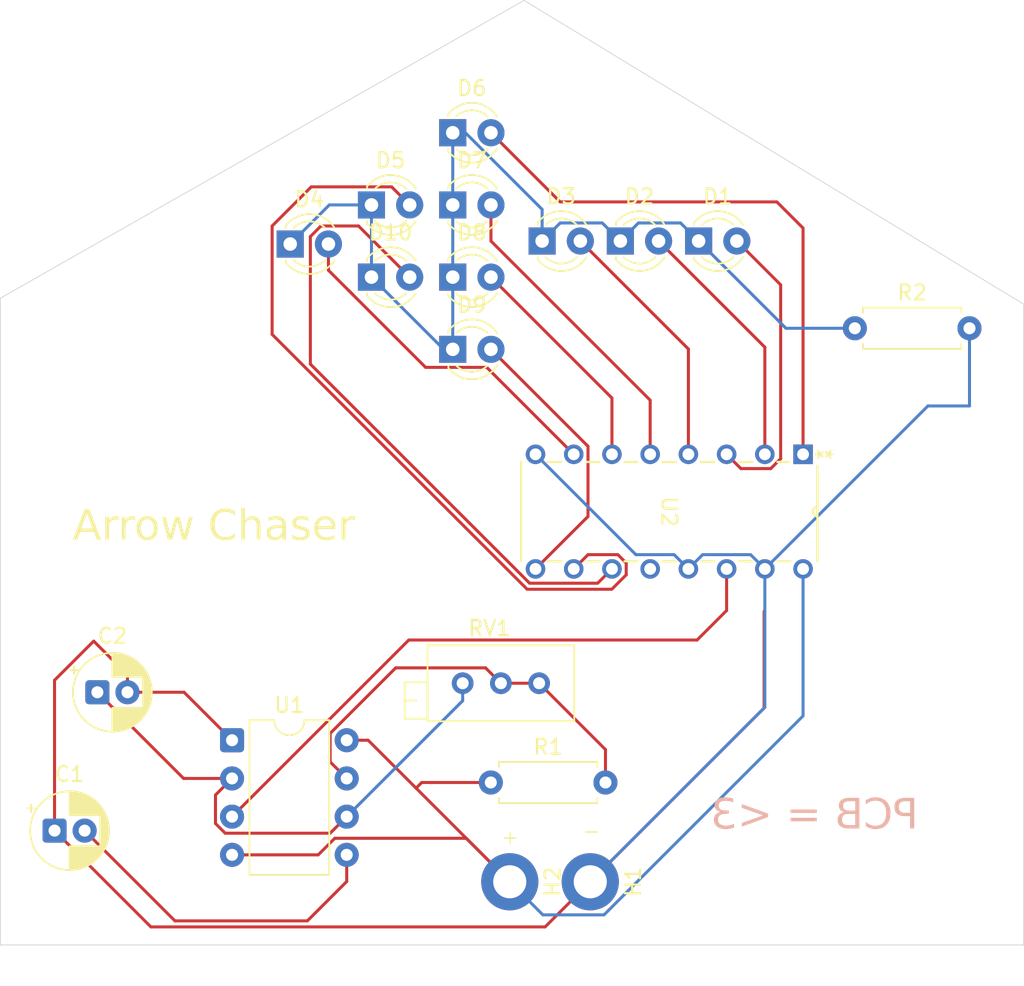
<source format=kicad_pcb>
(kicad_pcb (version 20241229) (generator "pcbnew") (generator_version "9.0")
  (layers (0 "F.Cu" signal) (2 "B.Cu" signal) (13 "F.Paste" user) (15 "B.Paste" user) (5 "F.SilkS" user "F.Silkscreen") (7 "B.SilkS" user "B.Silkscreen") (1 "F.Mask" user) (3 "B.Mask" user) (25 "Edge.Cuts" user))
  (net 0 "")
  (net 1 "GND")
  (net 2 "Net-(U1-CV)")
  (net 3 "TR")
  (net 4 "Net-(D1-A)")
  (net 5 "Net-(D1-K)")
  (net 6 "Net-(D2-A)")
  (net 7 "Net-(D3-A)")
  (net 8 "Net-(D4-A)")
  (net 9 "Net-(D5-A)")
  (net 10 "Net-(D6-A)")
  (net 11 "Net-(D7-A)")
  (net 12 "Net-(D8-A)")
  (net 13 "Net-(D9-A)")
  (net 14 "Net-(D10-A)")
  (net 15 "+5V")
  (net 16 "Net-(U1-DIS)")
  (net 17 "OUT")
  (footprint "LED_THT:LED_D3.0mm" (layer "F.Cu") (at 93.06 115.6)
    (property "Reference" "D6" (at 1.27 -2.96 0) (layer "F.SilkS"))
    (property "Value" "LED")
    (pad "1" thru_hole rect (at 0 0) (size 1.8 1.8) (drill 0.9) (layers "*.Cu" "*.Mask") (net 5 "Net-(D1-K)"))
    (pad "2" thru_hole circle (at 2.54 0) (size 1.8 1.8) (drill 0.9) (layers "*.Cu" "*.Mask") (net 10 "Net-(D6-A)"))
  )
  (footprint "LED_THT:LED_D3.0mm" (layer "F.Cu") (at 99 122.8)
    (property "Reference" "D3" (at 1.27 -2.96 0) (layer "F.SilkS"))
    (property "Value" "LED")
    (pad "1" thru_hole rect (at 0 0) (size 1.8 1.8) (drill 0.9) (layers "*.Cu" "*.Mask") (net 5 "Net-(D1-K)"))
    (pad "2" thru_hole circle (at 2.54 0) (size 1.8 1.8) (drill 0.9) (layers "*.Cu" "*.Mask") (net 7 "Net-(D3-A)"))
  )
  (footprint "LED_THT:LED_D3.0mm" (layer "F.Cu") (at 104.2 122.8)
    (property "Reference" "D2" (at 1.27 -2.96 0) (layer "F.SilkS"))
    (property "Value" "LED")
    (pad "1" thru_hole rect (at 0 0) (size 1.8 1.8) (drill 0.9) (layers "*.Cu" "*.Mask") (net 5 "Net-(D1-K)"))
    (pad "2" thru_hole circle (at 2.54 0) (size 1.8 1.8) (drill 0.9) (layers "*.Cu" "*.Mask") (net 6 "Net-(D2-A)"))
  )
  (footprint "Potentiometer_THT:Potentiometer_Bourns_3296X_Horizontal" (layer "F.Cu") (at 98.8 152.2)
    (property "Reference" "RV1" (at -3.3 -3.66 0) (layer "F.SilkS"))
    (property "Value" "50K")
    (pad "1" thru_hole circle (at 0 0) (size 1.44 1.44) (drill 0.8) (layers "*.Cu" "*.Mask") (net 16 "Net-(U1-DIS)"))
    (pad "2" thru_hole circle (at -2.54 0) (size 1.44 1.44) (drill 0.8) (layers "*.Cu" "*.Mask") (net 16 "Net-(U1-DIS)"))
    (pad "3" thru_hole circle (at -5.08 0) (size 1.44 1.44) (drill 0.8) (layers "*.Cu" "*.Mask") (net 3 "TR"))
  )
  (footprint "LED_THT:LED_D3.0mm" (layer "F.Cu") (at 93.06 125.2)
    (property "Reference" "D8" (at 1.27 -2.96 0) (layer "F.SilkS"))
    (property "Value" "LED")
    (pad "1" thru_hole rect (at 0 0) (size 1.8 1.8) (drill 0.9) (layers "*.Cu" "*.Mask") (net 5 "Net-(D1-K)"))
    (pad "2" thru_hole circle (at 2.54 0) (size 1.8 1.8) (drill 0.9) (layers "*.Cu" "*.Mask") (net 12 "Net-(D8-A)"))
  )
  (footprint "LED_THT:LED_D3.0mm" (layer "F.Cu") (at 93.06 130)
    (property "Reference" "D9" (at 1.27 -2.96 0) (layer "F.SilkS"))
    (property "Value" "LED")
    (pad "1" thru_hole rect (at 0 0) (size 1.8 1.8) (drill 0.9) (layers "*.Cu" "*.Mask") (net 5 "Net-(D1-K)"))
    (pad "2" thru_hole circle (at 2.54 0) (size 1.8 1.8) (drill 0.9) (layers "*.Cu" "*.Mask") (net 13 "Net-(D9-A)"))
  )
  (footprint "LED_THT:LED_D3.0mm" (layer "F.Cu") (at 87.66 125.2)
    (property "Reference" "D10" (at 1.27 -2.96 0) (layer "F.SilkS"))
    (property "Value" "LED")
    (pad "1" thru_hole rect (at 0 0) (size 1.8 1.8) (drill 0.9) (layers "*.Cu" "*.Mask") (net 5 "Net-(D1-K)"))
    (pad "2" thru_hole circle (at 2.54 0) (size 1.8 1.8) (drill 0.9) (layers "*.Cu" "*.Mask") (net 14 "Net-(D10-A)"))
  )
  (footprint "Resistor_THT:R_Axial_DIN0207_L6.3mm_D2.5mm_P7.62mm_Horizontal" (layer "F.Cu") (at 95.59 158.8)
    (property "Reference" "R1" (at 3.81 -2.37 0) (layer "F.SilkS"))
    (property "Value" "1K")
    (pad "1" thru_hole circle (at 0 0) (size 1.6 1.6) (drill 0.8) (layers "*.Cu" "*.Mask") (net 15 "+5V"))
    (pad "2" thru_hole circle (at 7.62 0) (size 1.6 1.6) (drill 0.8) (layers "*.Cu" "*.Mask") (net 16 "Net-(U1-DIS)"))
  )
  (footprint "LED_THT:LED_D3.0mm" (layer "F.Cu") (at 109.4 122.8)
    (property "Reference" "D1" (at 1.27 -2.96 0) (layer "F.SilkS"))
    (property "Value" "LED")
    (pad "1" thru_hole rect (at 0 0) (size 1.8 1.8) (drill 0.9) (layers "*.Cu" "*.Mask") (net 5 "Net-(D1-K)"))
    (pad "2" thru_hole circle (at 2.54 0) (size 1.8 1.8) (drill 0.9) (layers "*.Cu" "*.Mask") (net 4 "Net-(D1-A)"))
  )
  (footprint "LED_THT:LED_D3.0mm" (layer "F.Cu") (at 87.66 120.4)
    (property "Reference" "D5" (at 1.27 -2.96 0) (layer "F.SilkS"))
    (property "Value" "LED")
    (pad "1" thru_hole rect (at 0 0) (size 1.8 1.8) (drill 0.9) (layers "*.Cu" "*.Mask") (net 5 "Net-(D1-K)"))
    (pad "2" thru_hole circle (at 2.54 0) (size 1.8 1.8) (drill 0.9) (layers "*.Cu" "*.Mask") (net 9 "Net-(D5-A)"))
  )
  (footprint "LED_THT:LED_D3.0mm" (layer "F.Cu") (at 82.26 123)
    (property "Reference" "D4" (at 1.27 -2.96 0) (layer "F.SilkS"))
    (property "Value" "LED")
    (pad "1" thru_hole rect (at 0 0) (size 1.8 1.8) (drill 0.9) (layers "*.Cu" "*.Mask") (net 5 "Net-(D1-K)"))
    (pad "2" thru_hole circle (at 2.54 0) (size 1.8 1.8) (drill 0.9) (layers "*.Cu" "*.Mask") (net 8 "Net-(D4-A)"))
  )
  (footprint "Resistor_THT:R_Axial_DIN0207_L6.3mm_D2.5mm_P7.62mm_Horizontal" (layer "F.Cu") (at 119.78 128.6)
    (property "Reference" "R2" (at 3.81 -2.37 0) (layer "F.SilkS"))
    (property "Value" "470")
    (pad "1" thru_hole circle (at 0 0) (size 1.6 1.6) (drill 0.8) (layers "*.Cu" "*.Mask") (net 5 "Net-(D1-K)"))
    (pad "2" thru_hole circle (at 7.62 0) (size 1.6 1.6) (drill 0.8) (layers "*.Cu" "*.Mask") (net 1 "GND"))
  )
  (footprint "Capacitor_THT:CP_Radial_D5.0mm_P2.00mm" (layer "F.Cu") (at 69.444888 152.8)
    (property "Reference" "C2" (at 1 -3.75 0) (layer "F.SilkS"))
    (property "Value" "1uF")
    (pad "1" thru_hole roundrect (at 0 0) (size 1.6 1.6) (drill 0.8) (layers "*.Cu" "*.Mask") (roundrect_rratio 0.15625) (net 3 "TR"))
    (pad "2" thru_hole circle (at 2 0) (size 1.6 1.6) (drill 0.8) (layers "*.Cu" "*.Mask") (net 1 "GND"))
  )
  (footprint "Capacitor_THT:CP_Radial_D5.0mm_P2.00mm" (layer "F.Cu") (at 66.6 162)
    (property "Reference" "C1" (at 1 -3.75 0) (layer "F.SilkS"))
    (property "Value" "0.01uf")
    (pad "1" thru_hole roundrect (at 0 0) (size 1.6 1.6) (drill 0.8) (layers "*.Cu" "*.Mask") (roundrect_rratio 0.15625) (net 1 "GND"))
    (pad "2" thru_hole circle (at 2 0) (size 1.6 1.6) (drill 0.8) (layers "*.Cu" "*.Mask") (net 2 "Net-(U1-CV)"))
  )
  (footprint "MountingHole:MountingHole_2.2mm_M2_DIN965_Pad" (layer "F.Cu") (at 102.2 165.4 -90)
    (property "Reference" "H1" (at 0 -2.85 90) (layer "F.SilkS"))
    (property "Value" "MountingHole_Pad")
    (pad "1" thru_hole circle (at 0 0 270) (size 3.8 3.8) (drill 2.2) (layers "*.Cu" "*.Mask") (net 1 "GND"))
  )
  (footprint "LED_THT:LED_D3.0mm" (layer "F.Cu") (at 93.06 120.4)
    (property "Reference" "D7" (at 1.27 -2.96 0) (layer "F.SilkS"))
    (property "Value" "LED")
    (pad "1" thru_hole rect (at 0 0) (size 1.8 1.8) (drill 0.9) (layers "*.Cu" "*.Mask") (net 5 "Net-(D1-K)"))
    (pad "2" thru_hole circle (at 2.54 0) (size 1.8 1.8) (drill 0.9) (layers "*.Cu" "*.Mask") (net 11 "Net-(D7-A)"))
  )
  (footprint "Package_DIP:DIP-8_W7.62mm" (layer "F.Cu") (at 78.395 155.99)
    (property "Reference" "U1" (at 3.81 -2.33 0) (layer "F.SilkS"))
    (property "Value" "NE555P")
    (pad "1" thru_hole roundrect (at 0 0) (size 1.6 1.6) (drill 0.8) (layers "*.Cu" "*.Mask") (roundrect_rratio 0.15625) (net 1 "GND"))
    (pad "2" thru_hole circle (at 0 2.54) (size 1.6 1.6) (drill 0.8) (layers "*.Cu" "*.Mask") (net 3 "TR"))
    (pad "3" thru_hole circle (at 0 5.08) (size 1.6 1.6) (drill 0.8) (layers "*.Cu" "*.Mask") (net 17 "OUT"))
    (pad "4" thru_hole circle (at 0 7.62) (size 1.6 1.6) (drill 0.8) (layers "*.Cu" "*.Mask") (net 15 "+5V"))
    (pad "5" thru_hole circle (at 7.62 7.62) (size 1.6 1.6) (drill 0.8) (layers "*.Cu" "*.Mask") (net 2 "Net-(U1-CV)"))
    (pad "6" thru_hole circle (at 7.62 5.08) (size 1.6 1.6) (drill 0.8) (layers "*.Cu" "*.Mask") (net 3 "TR"))
    (pad "7" thru_hole circle (at 7.62 2.54) (size 1.6 1.6) (drill 0.8) (layers "*.Cu" "*.Mask") (net 16 "Net-(U1-DIS)"))
    (pad "8" thru_hole circle (at 7.62 0) (size 1.6 1.6) (drill 0.8) (layers "*.Cu" "*.Mask") (net 15 "+5V"))
  )
  (footprint "cd:N16" (layer "F.Cu") (at 98.56 144.6 -90)
    (property "Reference" "U2" (at -3.81 -8.89 270) (layer "F.SilkS"))
    (property "Value" "4017")
    (fp_text user "*" (at -7.62 -19.1897 270) (layer "F.SilkS"))
    (fp_text user "*" (at -7.62 -19.1897 270) (layer "F.SilkS"))
    (pad "1" thru_hole rect (at -7.62 -17.78 270) (size 1.2954 1.2954) (drill 0.7874) (layers "*.Cu" "*.Mask") (net 10 "Net-(D6-A)"))
    (pad "2" thru_hole circle (at -7.62 -15.24 270) (size 1.2954 1.2954) (drill 0.7874) (layers "*.Cu" "*.Mask") (net 6 "Net-(D2-A)"))
    (pad "3" thru_hole circle (at -7.62 -12.7 270) (size 1.2954 1.2954) (drill 0.7874) (layers "*.Cu" "*.Mask") (net 4 "Net-(D1-A)"))
    (pad "4" thru_hole circle (at -7.62 -10.16 270) (size 1.2954 1.2954) (drill 0.7874) (layers "*.Cu" "*.Mask") (net 7 "Net-(D3-A)"))
    (pad "5" thru_hole circle (at -7.62 -7.62 270) (size 1.2954 1.2954) (drill 0.7874) (layers "*.Cu" "*.Mask") (net 11 "Net-(D7-A)"))
    (pad "6" thru_hole circle (at -7.62 -5.08 270) (size 1.2954 1.2954) (drill 0.7874) (layers "*.Cu" "*.Mask") (net 12 "Net-(D8-A)"))
    (pad "7" thru_hole circle (at -7.62 -2.54 270) (size 1.2954 1.2954) (drill 0.7874) (layers "*.Cu" "*.Mask") (net 8 "Net-(D4-A)"))
    (pad "8" thru_hole circle (at -7.62 0 270) (size 1.2954 1.2954) (drill 0.7874) (layers "*.Cu" "*.Mask") (net 1 "GND"))
    (pad "9" thru_hole circle (at 0 0 270) (size 1.2954 1.2954) (drill 0.7874) (layers "*.Cu" "*.Mask") (net 13 "Net-(D9-A)"))
    (pad "10" thru_hole circle (at 0 -2.54 270) (size 1.2954 1.2954) (drill 0.7874) (layers "*.Cu" "*.Mask") (net 9 "Net-(D5-A)"))
    (pad "11" thru_hole circle (at 0 -5.08 270) (size 1.2954 1.2954) (drill 0.7874) (layers "*.Cu" "*.Mask") (net 14 "Net-(D10-A)"))
    (pad "12" thru_hole circle (at 0 -7.62 270) (size 1.2954 1.2954) (drill 0.7874) (layers "*.Cu" "*.Mask"))
    (pad "13" thru_hole circle (at 0 -10.16 270) (size 1.2954 1.2954) (drill 0.7874) (layers "*.Cu" "*.Mask") (net 1 "GND"))
    (pad "14" thru_hole circle (at 0 -12.7 270) (size 1.2954 1.2954) (drill 0.7874) (layers "*.Cu" "*.Mask") (net 17 "OUT"))
    (pad "15" thru_hole circle (at 0 -15.24 270) (size 1.2954 1.2954) (drill 0.7874) (layers "*.Cu" "*.Mask") (net 1 "GND"))
    (pad "16" thru_hole circle (at 0 -17.78 270) (size 1.2954 1.2954) (drill 0.7874) (layers "*.Cu" "*.Mask") (net 15 "+5V"))
  )
  (footprint "MountingHole:MountingHole_2.2mm_M2_DIN965_Pad" (layer "F.Cu") (at 96.85 165.4 -90)
    (property "Reference" "H2" (at 0 -2.85 90) (layer "F.SilkS"))
    (property "Value" "MountingHole_Pad")
    (pad "1" thru_hole circle (at 0 0 270) (size 3.8 3.8) (drill 2.2) (layers "*.Cu" "*.Mask") (net 15 "+5V"))
  )
  (gr_line (start 63 169.6) (end 63 126.6) (stroke (width 0.05)) (layer "Edge.Cuts"))
  (gr_line (start 97.8 106.8) (end 131 127) (stroke (width 0.05)) (layer "Edge.Cuts"))
  (gr_line (start 131 127) (end 131 169.6) (stroke (width 0.05)) (layer "Edge.Cuts"))
  (gr_line (start 131 169.6) (end 63 169.6) (stroke (width 0.05)) (layer "Edge.Cuts"))
  (gr_line (start 63 126.6) (end 97.8 106.8) (stroke (width 0.05)) (layer "Edge.Cuts"))
  (gr_text "Arrow Chaser" (at 67.8 143 0) (layer "F.SilkS") (effects (font (size 2 2) (thickness 0.1)) (justify left bottom)))
  (gr_text "-" (at 101.6 162.6 0) (layer "F.SilkS") (effects (font (size 1 1) (thickness 0.1)) (justify left bottom)))
  (gr_text "+" (at 96.2 163 0) (layer "F.SilkS") (effects (font (size 1 1) (thickness 0.1)) (justify left bottom)))
  (gr_text "PCB = <3" (at 124 162.2 0) (layer "B.SilkS") (effects (font (size 2 2) (thickness 0.1)) (justify left bottom mirror)))
  (segment (start 71.444888 152.8) (end 75.205 152.8) (width 0.2) (layer "F.Cu") (net 1))
  (segment (start 102.2 165.4) (end 113.75 153.85) (width 0.2) (layer "F.Cu") (net 1))
  (segment (start 99.199 168.401) (end 73.001 168.401) (width 0.2) (layer "F.Cu") (net 1))
  (segment (start 69.2 149.4) (end 71.444888 151.644888) (width 0.2) (layer "F.Cu") (net 1))
  (segment (start 73.001 168.401) (end 66.6 162) (width 0.2) (layer "F.Cu") (net 1))
  (segment (start 102.2 165.4) (end 99.199 168.401) (width 0.2) (layer "F.Cu") (net 1))
  (segment (start 113.75 153.85) (end 113.75 147.415) (width 0.2) (layer "F.Cu") (net 1))
  (segment (start 66.6 162) (end 66.6 152) (width 0.2) (layer "F.Cu") (net 1))
  (segment (start 75.205 152.8) (end 78.395 155.99) (width 0.2) (layer "F.Cu") (net 1))
  (segment (start 71.444888 151.644888) (end 71.444888 152.8) (width 0.2) (layer "F.Cu") (net 1))
  (segment (start 66.6 152) (end 69.2 149.4) (width 0.2) (layer "F.Cu") (net 1))
  (segment (start 112.8513 143.6513) (end 109.6687 143.6513) (width 0.2) (layer "B.Cu") (net 1))
  (segment (start 124.635 133.765) (end 127.4 133.765) (width 0.2) (layer "B.Cu") (net 1))
  (segment (start 127.4 133.765) (end 127.4 128.6) (width 0.2) (layer "B.Cu") (net 1))
  (segment (start 108.72 144.6) (end 107.7713 143.6513) (width 0.2) (layer "B.Cu") (net 1))
  (segment (start 105.2313 143.6513) (end 98.56 136.98) (width 0.2) (layer "B.Cu") (net 1))
  (segment (start 113.8 144.6) (end 112.8513 143.6513) (width 0.2) (layer "B.Cu") (net 1))
  (segment (start 113.8 153.8) (end 113.8 144.6) (width 0.2) (layer "B.Cu") (net 1))
  (segment (start 109.6687 143.6513) (end 108.72 144.6) (width 0.2) (layer "B.Cu") (net 1))
  (segment (start 102.2 165.4) (end 113.8 153.8) (width 0.2) (layer "B.Cu") (net 1))
  (segment (start 107.7713 143.6513) (end 105.2313 143.6513) (width 0.2) (layer "B.Cu") (net 1))
  (segment (start 113.8 144.6) (end 124.635 133.765) (width 0.2) (layer "B.Cu") (net 1))
  (segment (start 83.4 168) (end 86.015 165.385) (width 0.2) (layer "F.Cu") (net 2))
  (segment (start 86.015 165.385) (end 86.015 163.61) (width 0.2) (layer "F.Cu") (net 2))
  (segment (start 74.6 168) (end 83.4 168) (width 0.2) (layer "F.Cu") (net 2))
  (segment (start 68.6 162) (end 74.6 168) (width 0.2) (layer "F.Cu") (net 2))
  (segment (start 84.914 162.171) (end 77.93895 162.171) (width 0.2) (layer "F.Cu") (net 3))
  (segment (start 77.294 161.52605) (end 77.294 159.631) (width 0.2) (layer "F.Cu") (net 3))
  (segment (start 77.294 159.631) (end 78.395 158.53) (width 0.2) (layer "F.Cu") (net 3))
  (segment (start 75.174888 158.53) (end 78.395 158.53) (width 0.2) (layer "F.Cu") (net 3))
  (segment (start 69.444888 152.8) (end 75.174888 158.53) (width 0.2) (layer "F.Cu") (net 3))
  (segment (start 77.93895 162.171) (end 77.294 161.52605) (width 0.2) (layer "F.Cu") (net 3))
  (segment (start 86.015 161.07) (end 84.914 162.171) (width 0.2) (layer "F.Cu") (net 3))
  (segment (start 93.72 153.365) (end 86.015 161.07) (width 0.2) (layer "B.Cu") (net 3))
  (segment (start 93.72 152.2) (end 93.72 153.365) (width 0.2) (layer "B.Cu") (net 3))
  (segment (start 114.851 137.270665) (end 114.851 125.711) (width 0.2) (layer "F.Cu") (net 4))
  (segment (start 114.192965 137.9287) (end 114.851 137.270665) (width 0.2) (layer "F.Cu") (net 4))
  (segment (start 111.26 136.98) (end 112.2087 137.9287) (width 0.2) (layer "F.Cu") (net 4))
  (segment (start 112.2087 137.9287) (end 114.192965 137.9287) (width 0.2) (layer "F.Cu") (net 4))
  (segment (start 114.851 125.711) (end 111.94 122.8) (width 0.2) (layer "F.Cu") (net 4))
  (segment (start 93.06 125.2) (end 93.06 130) (width 0.2) (layer "B.Cu") (net 5))
  (segment (start 119.78 128.6) (end 115.2 128.6) (width 0.2) (layer "B.Cu") (net 5))
  (segment (start 99 122.8) (end 99 120.698471) (width 0.2) (layer "B.Cu") (net 5))
  (segment (start 102.999 121.599) (end 100.201 121.599) (width 0.2) (layer "B.Cu") (net 5))
  (segment (start 108.199 121.599) (end 105.401 121.599) (width 0.2) (layer "B.Cu") (net 5))
  (segment (start 93.901529 115.6) (end 93.06 115.6) (width 0.2) (layer "B.Cu") (net 5))
  (segment (start 109.4 122.8) (end 108.199 121.599) (width 0.2) (layer "B.Cu") (net 5))
  (segment (start 93.06 130) (end 92.46 130) (width 0.2) (layer "B.Cu") (net 5))
  (segment (start 93.06 120.4) (end 93.06 125.2) (width 0.2) (layer "B.Cu") (net 5))
  (segment (start 87.66 125.2) (end 87.66 120.4) (width 0.2) (layer "B.Cu") (net 5))
  (segment (start 100.201 121.599) (end 99 122.8) (width 0.2) (layer "B.Cu") (net 5))
  (segment (start 84.86 120.4) (end 82.26 123) (width 0.2) (layer "B.Cu") (net 5))
  (segment (start 105.401 121.599) (end 104.2 122.8) (width 0.2) (layer "B.Cu") (net 5))
  (segment (start 104.2 122.8) (end 102.999 121.599) (width 0.2) (layer "B.Cu") (net 5))
  (segment (start 92.46 130) (end 87.66 125.2) (width 0.2) (layer "B.Cu") (net 5))
  (segment (start 99 120.698471) (end 93.901529 115.6) (width 0.2) (layer "B.Cu") (net 5))
  (segment (start 115.2 128.6) (end 109.4 122.8) (width 0.2) (layer "B.Cu") (net 5))
  (segment (start 87.66 120.4) (end 84.86 120.4) (width 0.2) (layer "B.Cu") (net 5))
  (segment (start 93.06 115.6) (end 93.06 120.4) (width 0.2) (layer "B.Cu") (net 5))
  (segment (start 113.8 136.98) (end 113.8 129.86) (width 0.2) (layer "F.Cu") (net 6))
  (segment (start 113.8 129.86) (end 106.74 122.8) (width 0.2) (layer "F.Cu") (net 6))
  (segment (start 108.72 136.98) (end 108.72 129.98) (width 0.2) (layer "F.Cu") (net 7))
  (segment (start 108.72 129.98) (end 101.54 122.8) (width 0.2) (layer "F.Cu") (net 7))
  (segment (start 95.321 131.201) (end 91.259 131.201) (width 0.2) (layer "F.Cu") (net 8))
  (segment (start 91.259 131.201) (end 86.129 126.071) (width 0.2) (layer "F.Cu") (net 8))
  (segment (start 86.129 126.071) (end 84.8 124.742) (width 0.2) (layer "F.Cu") (net 8))
  (segment (start 86.459 126.401) (end 86.129 126.071) (width 0.2) (layer "F.Cu") (net 8))
  (segment (start 84.8 124.742) (end 84.8 123) (width 0.2) (layer "F.Cu") (net 8))
  (segment (start 101.1 136.98) (end 95.321 131.201) (width 0.2) (layer "F.Cu") (net 8))
  (segment (start 98.000935 145.9497) (end 81.059 129.007765) (width 0.2) (layer "F.Cu") (net 9))
  (segment (start 101.1 144.6) (end 102.0487 143.6513) (width 0.2) (layer "F.Cu") (net 9))
  (segment (start 88.999 119.199) (end 90.2 120.4) (width 0.2) (layer "F.Cu") (net 9))
  (segment (start 83.659 119.199) (end 88.999 119.199) (width 0.2) (layer "F.Cu") (net 9))
  (segment (start 104.5887 144.207035) (end 104.5887 144.992965) (width 0.2) (layer "F.Cu") (net 9))
  (segment (start 104.5887 144.992965) (end 103.631965 145.9497) (width 0.2) (layer "F.Cu") (net 9))
  (segment (start 81.059 129.007765) (end 81.059 121.799) (width 0.2) (layer "F.Cu") (net 9))
  (segment (start 103.631965 145.9497) (end 98.000935 145.9497) (width 0.2) (layer "F.Cu") (net 9))
  (segment (start 81.059 121.799) (end 83.659 119.199) (width 0.2) (layer "F.Cu") (net 9))
  (segment (start 104.032965 143.6513) (end 104.5887 144.207035) (width 0.2) (layer "F.Cu") (net 9))
  (segment (start 102.0487 143.6513) (end 104.032965 143.6513) (width 0.2) (layer "F.Cu") (net 9))
  (segment (start 114.6 120.2) (end 100.2 120.2) (width 0.2) (layer "F.Cu") (net 10))
  (segment (start 116.34 121.94) (end 114.6 120.2) (width 0.2) (layer "F.Cu") (net 10))
  (segment (start 100.2 120.2) (end 95.6 115.6) (width 0.2) (layer "F.Cu") (net 10))
  (segment (start 116.34 136.98) (end 116.34 121.94) (width 0.2) (layer "F.Cu") (net 10))
  (segment (start 106.18 136.98) (end 106.18 133.382) (width 0.2) (layer "F.Cu") (net 11))
  (segment (start 95.6 122.802) (end 95.6 120.4) (width 0.2) (layer "F.Cu") (net 11))
  (segment (start 106.18 133.382) (end 95.6 122.802) (width 0.2) (layer "F.Cu") (net 11))
  (segment (start 103.64 133.24) (end 95.6 125.2) (width 0.2) (layer "F.Cu") (net 12))
  (segment (start 103.64 136.98) (end 103.64 133.24) (width 0.2) (layer "F.Cu") (net 12))
  (segment (start 102.0487 136.4487) (end 95.6 130) (width 0.2) (layer "F.Cu") (net 13))
  (segment (start 102.0487 141.1113) (end 102.0487 136.4487) (width 0.2) (layer "F.Cu") (net 13))
  (segment (start 98.56 144.6) (end 102.0487 141.1113) (width 0.2) (layer "F.Cu") (net 13))
  (segment (start 103.64 144.6) (end 102.6913 145.5487) (width 0.2) (layer "F.Cu") (net 14))
  (segment (start 86.799 121.799) (end 90.2 125.2) (width 0.2) (layer "F.Cu") (net 14))
  (segment (start 98.167035 145.5487) (end 83.599 130.980665) (width 0.2) (layer "F.Cu") (net 14))
  (segment (start 83.599 122.502529) (end 84.302529 121.799) (width 0.2) (layer "F.Cu") (net 14))
  (segment (start 84.302529 121.799) (end 86.799 121.799) (width 0.2) (layer "F.Cu") (net 14))
  (segment (start 102.6913 145.5487) (end 98.167035 145.5487) (width 0.2) (layer "F.Cu") (net 14))
  (segment (start 83.599 130.980665) (end 83.599 122.502529) (width 0.2) (layer "F.Cu") (net 14))
  (segment (start 78.395 163.61) (end 84.11995 163.61) (width 0.2) (layer "F.Cu") (net 15))
  (segment (start 91 158.8) (end 90.625 159.175) (width 0.2) (layer "F.Cu") (net 15))
  (segment (start 93.959 162.509) (end 96.85 165.4) (width 0.2) (layer "F.Cu") (net 15))
  (segment (start 95.59 158.8) (end 91 158.8) (width 0.2) (layer "F.Cu") (net 15))
  (segment (start 90.625 159.175) (end 96.85 165.4) (width 0.2) (layer "F.Cu") (net 15))
  (segment (start 87.44 155.99) (end 90.625 159.175) (width 0.2) (layer "F.Cu") (net 15))
  (segment (start 84.11995 163.61) (end 85.22095 162.509) (width 0.2) (layer "F.Cu") (net 15))
  (segment (start 85.22095 162.509) (end 93.959 162.509) (width 0.2) (layer "F.Cu") (net 15))
  (segment (start 86.015 155.99) (end 87.44 155.99) (width 0.2) (layer "F.Cu") (net 15))
  (segment (start 99.051 167.601) (end 103.111685 167.601) (width 0.2) (layer "B.Cu") (net 15))
  (segment (start 116.34 154.372685) (end 116.34 144.6) (width 0.2) (layer "B.Cu") (net 15))
  (segment (start 96.85 165.4) (end 98.305 165.4) (width 0.2) (layer "B.Cu") (net 15))
  (segment (start 96.85 165.4) (end 99.051 167.601) (width 0.2) (layer "B.Cu") (net 15))
  (segment (start 103.111685 167.601) (end 116.34 154.372685) (width 0.2) (layer "B.Cu") (net 15))
  (segment (start 84.914 155.53395) (end 84.914 157.429) (width 0.2) (layer "F.Cu") (net 16))
  (segment (start 95.239 151.179) (end 89.26895 151.179) (width 0.2) (layer "F.Cu") (net 16))
  (segment (start 89.26895 151.179) (end 84.914 155.53395) (width 0.2) (layer "F.Cu") (net 16))
  (segment (start 96.26 152.2) (end 95.239 151.179) (width 0.2) (layer "F.Cu") (net 16))
  (segment (start 96.26 152.2) (end 98.8 152.2) (width 0.2) (layer "F.Cu") (net 16))
  (segment (start 103.21 158.8) (end 103.21 156.61) (width 0.2) (layer "F.Cu") (net 16))
  (segment (start 103.02 158.61) (end 103.21 158.8) (width 0.2) (layer "F.Cu") (net 16))
  (segment (start 103.21 156.61) (end 98.8 152.2) (width 0.2) (layer "F.Cu") (net 16))
  (segment (start 84.914 157.429) (end 86.015 158.53) (width 0.2) (layer "F.Cu") (net 16))
  (segment (start 90.13795 149.32705) (end 78.395 161.07) (width 0.2) (layer "F.Cu") (net 17))
  (segment (start 111.26 147.365) (end 109.29795 149.32705) (width 0.2) (layer "F.Cu") (net 17))
  (segment (start 109.29795 149.32705) (end 90.13795 149.32705) (width 0.2) (layer "F.Cu") (net 17))
  (segment (start 111.26 144.6) (end 111.26 147.365) (width 0.2) (layer "F.Cu") (net 17))
)
</source>
